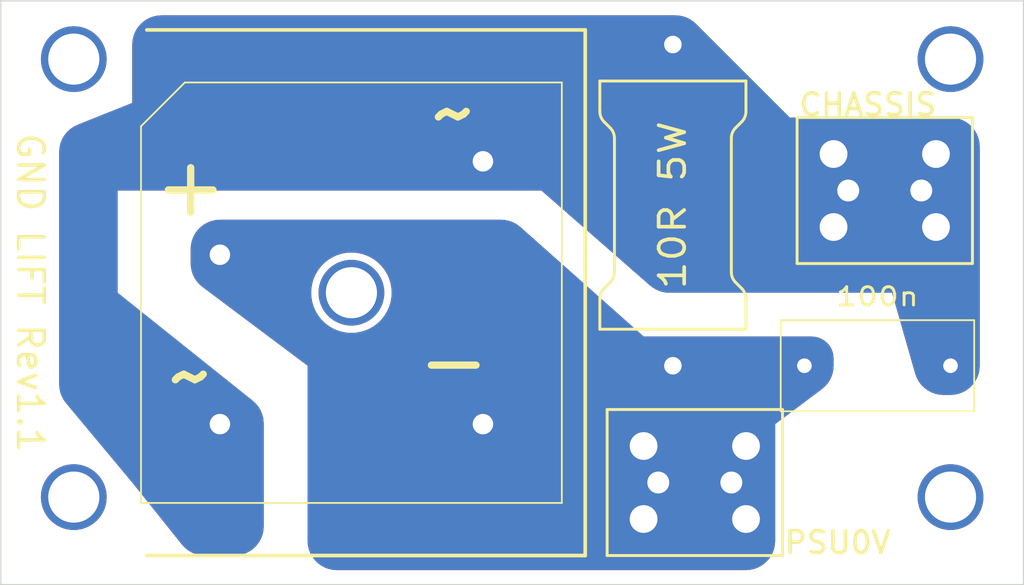
<source format=kicad_pcb>
(kicad_pcb (version 20221018) (generator pcbnew)
  (layers (0 "F.Cu" signal) (31 "B.Cu" signal) (34 "B.Paste" user) (35 "F.Paste" user) (36 "B.SilkS" user "B.Silkscreen") (37 "F.SilkS" user "F.Silkscreen") (38 "B.Mask" user) (39 "F.Mask" user) (44 "Edge.Cuts" user))
  (net 0 "")
  (net 1 "/CHASSIS")
  (net 2 "/PSU0V")
  (footprint "Capacitor_THT:C_Rect_L13.0mm_W6.0mm_P10.00mm_FKS3_FKP3_MKS4" (layer "F.Cu") (at 126 73)
    (fp_text reference "C1" hide)
    (fp_text value "100n" hide)
    (fp_line (start -1.62 -3.12) (end -1.62 3.12) (stroke (width 0.12)) (layer "F.SilkS"))
    (fp_line (start -1.62 -3.12) (end 11.62 -3.12) (stroke (width 0.12)) (layer "F.SilkS"))
    (fp_line (start -1.62 3.12) (end 11.62 3.12) (stroke (width 0.12)) (layer "F.SilkS"))
    (fp_line (start 11.62 -3.12) (end 11.62 3.12) (stroke (width 0.12)) (layer "F.SilkS"))
    (pad "1" thru_hole circle (at 0 0) (size 2 2) (drill 1) (layers "*.Cu" "*.Mask") (net 2 "/PSU0V"))
    (pad "2" thru_hole circle (at 10 0) (size 2 2) (drill 1) (layers "*.Cu" "*.Mask") (net 1 "/CHASSIS"))
  )
  (footprint "CustomKicadFootprint:VishayAC05" (layer "F.Cu") (at 117 62 90)
    (fp_text reference "R1" hide)
    (fp_text value "10R 5W" hide)
    (fp_line (start -8.5 -5) (end -8.5 5) (stroke (width 0.2)) (layer "F.SilkS"))
    (fp_line (start -8.5 -5) (end -6.414214 -5) (stroke (width 0.2)) (layer "F.SilkS"))
    (fp_line (start -6.414214 5) (end -8.5 5) (stroke (width 0.2)) (layer "F.SilkS"))
    (fp_line (start -5.707107 -4.707107) (end -5.292893 -4.292893) (stroke (width 0.2)) (layer "F.SilkS"))
    (fp_line (start -5.707107 4.707107) (end -5.292893 4.292893) (stroke (width 0.2)) (layer "F.SilkS"))
    (fp_line (start -4.585786 -4) (end 4.585786 -4) (stroke (width 0.2)) (layer "F.SilkS"))
    (fp_line (start 4.585786 4) (end -4.585786 4) (stroke (width 0.2)) (layer "F.SilkS"))
    (fp_line (start 5.707107 -4.707107) (end 5.292893 -4.292893) (stroke (width 0.2)) (layer "F.SilkS"))
    (fp_line (start 5.707107 4.707107) (end 5.292893 4.292893) (stroke (width 0.2)) (layer "F.SilkS"))
    (fp_line (start 6.414214 -5) (end 8.5 -5) (stroke (width 0.2)) (layer "F.SilkS"))
    (fp_line (start 8.5 -5) (end 8.5 5) (stroke (width 0.2)) (layer "F.SilkS"))
    (fp_line (start 8.5 5) (end 6.414214 5) (stroke (width 0.2)) (layer "F.SilkS"))
    (fp_arc (start -6.414214 -5) (mid -6.031533 -4.923878) (end -5.707107 -4.707107) (stroke (width 0.2)) (layer "F.SilkS"))
    (fp_arc (start -5.707107 4.707107) (mid -6.03153 4.92388) (end -6.414214 5) (stroke (width 0.2)) (layer "F.SilkS"))
    (fp_arc (start -5.292893 4.292893) (mid -4.96847 4.07612) (end -4.585786 4) (stroke (width 0.2)) (layer "F.SilkS"))
    (fp_arc (start -4.585786 -4) (mid -4.968467 -4.076122) (end -5.292893 -4.292893) (stroke (width 0.2)) (layer "F.SilkS"))
    (fp_arc (start 4.585786 4) (mid 4.968472 4.076116) (end 5.292893 4.292893) (stroke (width 0.2)) (layer "F.SilkS"))
    (fp_arc (start 5.292893 -4.292893) (mid 4.96847 -4.07612) (end 4.585786 -4) (stroke (width 0.2)) (layer "F.SilkS"))
    (fp_arc (start 5.707107 -4.707107) (mid 6.03153 -4.92388) (end 6.414214 -5) (stroke (width 0.2)) (layer "F.SilkS"))
    (fp_arc (start 6.414214 5) (mid 6.031528 4.923884) (end 5.707107 4.707107) (stroke (width 0.2)) (layer "F.SilkS"))
    (pad "1" thru_hole circle (at -11 0 90) (size 2.4 2.4) (drill 1.2) (layers "*.Cu" "*.Mask") (net 2 "/PSU0V"))
    (pad "2" thru_hole oval (at 11 0 90) (size 2.4 2.4) (drill 1.2) (layers "*.Cu" "*.Mask") (net 1 "/CHASSIS"))
  )
  (footprint "Diode_THT:Diode_Bridge_28.6x28.6x7.3mm_P18.0mm_P11.6mm" (layer "F.Cu") (at 86 65.4)
    (fp_text reference "D1" hide)
    (fp_text value "D_Bridge_+A-A" hide)
    (fp_line (start -5.4 -8.8) (end -5.4 17) (stroke (width 0.12)) (layer "F.SilkS"))
    (fp_line (start -5.4 17) (end 23.4 17) (stroke (width 0.12)) (layer "F.SilkS"))
    (fp_line (start -2.4 -11.8) (end -5.4 -8.8) (stroke (width 0.12)) (layer "F.SilkS"))
    (fp_line (start 23.4 -11.8) (end -2.4 -11.8) (stroke (width 0.12)) (layer "F.SilkS"))
    (fp_line (start 23.4 17) (end 23.4 -11.8) (stroke (width 0.12)) (layer "F.SilkS"))
    (pad "1" thru_hole rect (at 0 0 180) (size 2.8 2.8) (drill 1.4) (layers "*.Cu" "*.Mask") (net 2 "/PSU0V"))
    (pad "2" thru_hole circle (at 0 11.6 180) (size 2.8 2.8) (drill 1.4) (layers "*.Cu" "*.Mask") (net 1 "/CHASSIS"))
    (pad "3" thru_hole circle (at 18 11.6 180) (size 2.8 2.8) (drill 1.4) (layers "*.Cu" "*.Mask") (net 2 "/PSU0V"))
    (pad "4" thru_hole circle (at 18 -6.4 180) (size 2.8 2.8) (drill 1.4) (layers "*.Cu" "*.Mask") (net 1 "/CHASSIS"))
  )
  (footprint "CustomKicadFootprint:KEYSTONE_8191" (layer "F.Cu") (at 131.5 61 90)
    (fp_text reference "J2" hide)
    (fp_text value "8191")
    (fp_line (start -5 -6) (end -5 6) (stroke (width 0.2)) (layer "F.SilkS"))
    (fp_line (start -5 6) (end 5 6) (stroke (width 0.2)) (layer "F.SilkS"))
    (fp_line (start 5 -6) (end -5 -6) (stroke (width 0.2)) (layer "F.SilkS"))
    (fp_line (start 5 6) (end 5 -6) (stroke (width 0.2)) (layer "F.SilkS"))
    (pad "1" thru_hole circle (at -2.5 -3.505 90) (size 3.2 3.2) (drill 1.9) (layers "*.Cu" "*.Mask") (net 1 "/CHASSIS"))
    (pad "1" thru_hole circle (at -2.5 3.505 90) (size 3.2 3.2) (drill 1.9) (layers "*.Cu" "*.Mask") (net 1 "/CHASSIS"))
    (pad "1" thru_hole circle (at 0 -2.5 90) (size 3.2 3.2) (drill 1.5) (layers "*.Cu" "*.Mask") (net 1 "/CHASSIS"))
    (pad "1" thru_hole circle (at 0 2.5 90) (size 3.2 3.2) (drill 1.5) (layers "*.Cu" "*.Mask") (net 1 "/CHASSIS"))
    (pad "1" thru_hole circle (at 2.5 -3.505 90) (size 3.2 3.2) (drill 1.9) (layers "*.Cu" "*.Mask") (net 1 "/CHASSIS"))
    (pad "1" thru_hole circle (at 2.5 3.505 90) (size 3.2 3.2) (drill 1.9) (layers "*.Cu" "*.Mask") (net 1 "/CHASSIS"))
  )
  (footprint "CustomKicadFootprint:KEYSTONE_8191" (layer "F.Cu") (at 118.5 81 90)
    (fp_text reference "J1" hide)
    (fp_text value "8191")
    (fp_line (start -5 -6) (end -5 6) (stroke (width 0.2)) (layer "F.SilkS"))
    (fp_line (start -5 6) (end 5 6) (stroke (width 0.2)) (layer "F.SilkS"))
    (fp_line (start 5 -6) (end -5 -6) (stroke (width 0.2)) (layer "F.SilkS"))
    (fp_line (start 5 6) (end 5 -6) (stroke (width 0.2)) (layer "F.SilkS"))
    (pad "1" thru_hole circle (at -2.5 -3.505 90) (size 3.2 3.2) (drill 1.9) (layers "*.Cu" "*.Mask") (net 2 "/PSU0V"))
    (pad "1" thru_hole circle (at -2.5 3.505 90) (size 3.2 3.2) (drill 1.9) (layers "*.Cu" "*.Mask") (net 2 "/PSU0V"))
    (pad "1" thru_hole circle (at 0 -2.5 90) (size 3.2 3.2) (drill 1.5) (layers "*.Cu" "*.Mask") (net 2 "/PSU0V"))
    (pad "1" thru_hole circle (at 0 2.5 90) (size 3.2 3.2) (drill 1.5) (layers "*.Cu" "*.Mask") (net 2 "/PSU0V"))
    (pad "1" thru_hole circle (at 2.5 -3.505 90) (size 3.2 3.2) (drill 1.9) (layers "*.Cu" "*.Mask") (net 2 "/PSU0V"))
    (pad "1" thru_hole circle (at 2.5 3.505 90) (size 3.2 3.2) (drill 1.9) (layers "*.Cu" "*.Mask") (net 2 "/PSU0V"))
  )
  (gr_line (start 111 50) (end 111 86) (stroke (width 0.25)) (layer "F.SilkS"))
  (gr_line (start 81 50) (end 111 50) (stroke (width 0.25)) (layer "F.SilkS"))
  (gr_line (start 111 86) (end 81 86) (stroke (width 0.25)) (layer "F.SilkS"))
  (gr_line (start 71 48) (end 141 48) (stroke (width 0.1)) (layer "Edge.Cuts"))
  (gr_line (start 71 88) (end 71 48) (stroke (width 0.1)) (layer "Edge.Cuts"))
  (gr_line (start 141 88) (end 71 88) (stroke (width 0.1)) (layer "Edge.Cuts"))
  (gr_line (start 141 48) (end 141 88) (stroke (width 0.1)) (layer "Edge.Cuts"))
  (gr_text "+" (at 84 63) (layer "F.SilkS") (effects (font (size 4 4) (thickness 0.5)) (justify bottom)))
  (gr_text "CHASSIS" (at 125.5 56) (layer "F.SilkS") (effects (font (size 1.5 1.5) (thickness 0.25) bold) (justify left bottom)))
  (gr_text "~" (at 84 76) (layer "F.SilkS") (effects (font (size 4 4) (thickness 0.5)) (justify bottom)))
  (gr_text "PSU0V" (at 124.5 86) (layer "F.SilkS") (effects (font (size 1.5 1.5) (thickness 0.25) bold) (justify left bottom)))
  (gr_text "10R 5W" (at 118 62 90) (layer "F.SilkS") (effects (font (size 1.75 2) (thickness 0.25)) (justify bottom)))
  (gr_text "-\n" (at 102 75) (layer "F.SilkS") (effects (font (size 4 4) (thickness 0.5)) (justify bottom)))
  (gr_text "GND LIFT Rev1.1" (at 72 68 270) (layer "F.SilkS") (effects (font (size 1.75 1.75) (thickness 0.25)) (justify bottom)))
  (gr_text "~" (at 102 58) (layer "F.SilkS") (effects (font (size 4 4) (thickness 0.5)) (justify bottom)))
  (gr_text "100n" (at 131 69) (layer "F.SilkS") (effects (font (size 1.25 1.5) (thickness 0.2)) (justify bottom)))
  (via (at 136 52) (size 4.5) (drill 3.5) (layers "F.Cu" "B.Cu") (net 0))
  (via (at 76 82) (size 4.5) (drill 3.5) (layers "F.Cu" "B.Cu") (net 0))
  (via (at 95 68) (size 4.5) (drill 3.5) (layers "F.Cu" "B.Cu") (net 0))
  (via (at 136 82) (size 4.5) (drill 3.5) (layers "F.Cu" "B.Cu") (net 0))
  (via (at 76 52) (size 4.5) (drill 3.5) (layers "F.Cu" "B.Cu") (net 0))
  (zone (net 2) (net_name "/PSU0V") (layers "F&B.Cu") (connect_pads yes (clearance 0.5)) (min_thickness 0.25) (fill yes (thermal_gap 0.5) (thermal_bridge_width 0.5) (smoothing fillet) (radius 2))
    (polygon (pts (xy 84 63) (xy 84 67) (xy 92 73) (xy 92 87) (xy 124 87) (xy 124 77) (xy 128 74) (xy 128 71) (xy 115 71) (xy 106 63)))
  )
  (zone (net 1) (net_name "/CHASSIS") (layers "F&B.Cu") (priority 1) (connect_pads yes (clearance 0.5)) (min_thickness 0.25) (fill yes (thermal_gap 0.5) (thermal_bridge_width 0.5) (smoothing fillet) (radius 2))
    (polygon (pts (xy 89 86) (xy 89 76) (xy 79 68) (xy 79 61) (xy 108 61) (xy 116 68) (xy 132 68) (xy 134 75) (xy 138 75) (xy 138 56) (xy 125 56) (xy 118 49) (xy 80 49) (xy 80 55) (xy 75 57) (xy 75 75) (xy 80 81) (xy 84 86)))
  )
)
</source>
